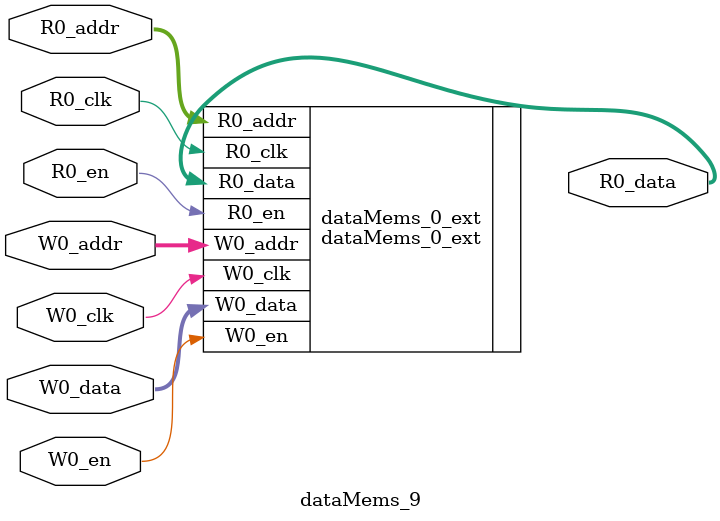
<source format=sv>
`ifndef RANDOMIZE
  `ifdef RANDOMIZE_REG_INIT
    `define RANDOMIZE
  `endif // RANDOMIZE_REG_INIT
`endif // not def RANDOMIZE
`ifndef RANDOMIZE
  `ifdef RANDOMIZE_MEM_INIT
    `define RANDOMIZE
  `endif // RANDOMIZE_MEM_INIT
`endif // not def RANDOMIZE

`ifndef RANDOM
  `define RANDOM $random
`endif // not def RANDOM

// Users can define 'PRINTF_COND' to add an extra gate to prints.
`ifndef PRINTF_COND_
  `ifdef PRINTF_COND
    `define PRINTF_COND_ (`PRINTF_COND)
  `else  // PRINTF_COND
    `define PRINTF_COND_ 1
  `endif // PRINTF_COND
`endif // not def PRINTF_COND_

// Users can define 'ASSERT_VERBOSE_COND' to add an extra gate to assert error printing.
`ifndef ASSERT_VERBOSE_COND_
  `ifdef ASSERT_VERBOSE_COND
    `define ASSERT_VERBOSE_COND_ (`ASSERT_VERBOSE_COND)
  `else  // ASSERT_VERBOSE_COND
    `define ASSERT_VERBOSE_COND_ 1
  `endif // ASSERT_VERBOSE_COND
`endif // not def ASSERT_VERBOSE_COND_

// Users can define 'STOP_COND' to add an extra gate to stop conditions.
`ifndef STOP_COND_
  `ifdef STOP_COND
    `define STOP_COND_ (`STOP_COND)
  `else  // STOP_COND
    `define STOP_COND_ 1
  `endif // STOP_COND
`endif // not def STOP_COND_

// Users can define INIT_RANDOM as general code that gets injected into the
// initializer block for modules with registers.
`ifndef INIT_RANDOM
  `define INIT_RANDOM
`endif // not def INIT_RANDOM

// If using random initialization, you can also define RANDOMIZE_DELAY to
// customize the delay used, otherwise 0.002 is used.
`ifndef RANDOMIZE_DELAY
  `define RANDOMIZE_DELAY 0.002
`endif // not def RANDOMIZE_DELAY

// Define INIT_RANDOM_PROLOG_ for use in our modules below.
`ifndef INIT_RANDOM_PROLOG_
  `ifdef RANDOMIZE
    `ifdef VERILATOR
      `define INIT_RANDOM_PROLOG_ `INIT_RANDOM
    `else  // VERILATOR
      `define INIT_RANDOM_PROLOG_ `INIT_RANDOM #`RANDOMIZE_DELAY begin end
    `endif // VERILATOR
  `else  // RANDOMIZE
    `define INIT_RANDOM_PROLOG_
  `endif // RANDOMIZE
`endif // not def INIT_RANDOM_PROLOG_

// Include register initializers in init blocks unless synthesis is set
`ifndef SYNTHESIS
  `ifndef ENABLE_INITIAL_REG_
    `define ENABLE_INITIAL_REG_
  `endif // not def ENABLE_INITIAL_REG_
`endif // not def SYNTHESIS

// Include rmemory initializers in init blocks unless synthesis is set
`ifndef SYNTHESIS
  `ifndef ENABLE_INITIAL_MEM_
    `define ENABLE_INITIAL_MEM_
  `endif // not def ENABLE_INITIAL_MEM_
`endif // not def SYNTHESIS

module dataMems_9(	// @[generators/ara/src/main/scala/UnsafeAXI4ToTL.scala:365:62]
  input  [4:0]   R0_addr,
  input          R0_en,
  input          R0_clk,
  output [130:0] R0_data,
  input  [4:0]   W0_addr,
  input          W0_en,
  input          W0_clk,
  input  [130:0] W0_data
);

  dataMems_0_ext dataMems_0_ext (	// @[generators/ara/src/main/scala/UnsafeAXI4ToTL.scala:365:62]
    .R0_addr (R0_addr),
    .R0_en   (R0_en),
    .R0_clk  (R0_clk),
    .R0_data (R0_data),
    .W0_addr (W0_addr),
    .W0_en   (W0_en),
    .W0_clk  (W0_clk),
    .W0_data (W0_data)
  );
endmodule


</source>
